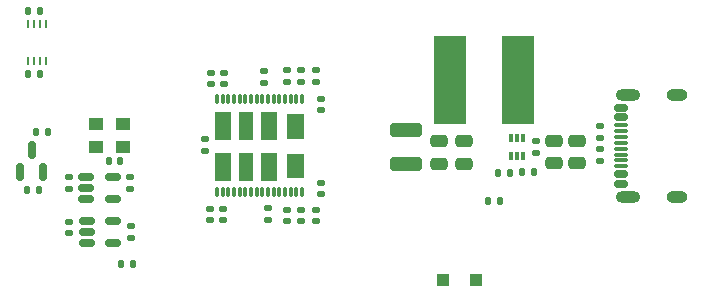
<source format=gtp>
G04 #@! TF.GenerationSoftware,KiCad,Pcbnew,8.0.1-8.0.1-1~ubuntu22.04.1*
G04 #@! TF.CreationDate,2024-09-21T11:56:37+02:00*
G04 #@! TF.ProjectId,NerdNOS,4e657264-4e4f-4532-9e6b-696361645f70,rev?*
G04 #@! TF.SameCoordinates,Original*
G04 #@! TF.FileFunction,Paste,Top*
G04 #@! TF.FilePolarity,Positive*
%FSLAX46Y46*%
G04 Gerber Fmt 4.6, Leading zero omitted, Abs format (unit mm)*
G04 Created by KiCad (PCBNEW 8.0.1-8.0.1-1~ubuntu22.04.1) date 2024-09-21 11:56:37*
%MOMM*%
%LPD*%
G01*
G04 APERTURE LIST*
G04 Aperture macros list*
%AMRoundRect*
0 Rectangle with rounded corners*
0 $1 Rounding radius*
0 $2 $3 $4 $5 $6 $7 $8 $9 X,Y pos of 4 corners*
0 Add a 4 corners polygon primitive as box body*
4,1,4,$2,$3,$4,$5,$6,$7,$8,$9,$2,$3,0*
0 Add four circle primitives for the rounded corners*
1,1,$1+$1,$2,$3*
1,1,$1+$1,$4,$5*
1,1,$1+$1,$6,$7*
1,1,$1+$1,$8,$9*
0 Add four rect primitives between the rounded corners*
20,1,$1+$1,$2,$3,$4,$5,0*
20,1,$1+$1,$4,$5,$6,$7,0*
20,1,$1+$1,$6,$7,$8,$9,0*
20,1,$1+$1,$8,$9,$2,$3,0*%
G04 Aperture macros list end*
%ADD10C,0.100000*%
%ADD11RoundRect,0.250000X-0.300000X-0.300000X0.300000X-0.300000X0.300000X0.300000X-0.300000X0.300000X0*%
%ADD12RoundRect,0.150000X-0.512500X-0.150000X0.512500X-0.150000X0.512500X0.150000X-0.512500X0.150000X0*%
%ADD13RoundRect,0.135000X0.185000X-0.135000X0.185000X0.135000X-0.185000X0.135000X-0.185000X-0.135000X0*%
%ADD14R,2.700000X7.500000*%
%ADD15RoundRect,0.140000X0.170000X-0.140000X0.170000X0.140000X-0.170000X0.140000X-0.170000X-0.140000X0*%
%ADD16RoundRect,0.140000X-0.170000X0.140000X-0.170000X-0.140000X0.170000X-0.140000X0.170000X0.140000X0*%
%ADD17RoundRect,0.250000X-0.475000X0.250000X-0.475000X-0.250000X0.475000X-0.250000X0.475000X0.250000X0*%
%ADD18RoundRect,0.140000X0.140000X0.170000X-0.140000X0.170000X-0.140000X-0.170000X0.140000X-0.170000X0*%
%ADD19RoundRect,0.150000X0.150000X-0.587500X0.150000X0.587500X-0.150000X0.587500X-0.150000X-0.587500X0*%
%ADD20RoundRect,0.135000X-0.185000X0.135000X-0.185000X-0.135000X0.185000X-0.135000X0.185000X0.135000X0*%
%ADD21RoundRect,0.150000X0.425000X-0.150000X0.425000X0.150000X-0.425000X0.150000X-0.425000X-0.150000X0*%
%ADD22RoundRect,0.075000X0.500000X-0.075000X0.500000X0.075000X-0.500000X0.075000X-0.500000X-0.075000X0*%
%ADD23O,2.100000X1.000000*%
%ADD24O,1.800000X1.000000*%
%ADD25RoundRect,0.135000X0.135000X0.185000X-0.135000X0.185000X-0.135000X-0.185000X0.135000X-0.185000X0*%
%ADD26R,1.300000X1.100000*%
%ADD27RoundRect,0.250000X-1.100000X0.325000X-1.100000X-0.325000X1.100000X-0.325000X1.100000X0.325000X0*%
%ADD28RoundRect,0.135000X-0.135000X-0.185000X0.135000X-0.185000X0.135000X0.185000X-0.135000X0.185000X0*%
%ADD29RoundRect,0.135000X-0.000010X0.295000X-0.000010X-0.295000X0.000010X-0.295000X0.000010X0.295000X0*%
%ADD30R,0.254000X0.762000*%
%ADD31RoundRect,0.075000X-0.075000X0.275000X-0.075000X-0.275000X0.075000X-0.275000X0.075000X0.275000X0*%
G04 APERTURE END LIST*
D10*
X101800000Y-63300000D02*
X100540000Y-63300000D01*
X100540000Y-65600000D01*
X101800000Y-65600000D01*
X101800000Y-63300000D01*
G36*
X101800000Y-63300000D02*
G01*
X100540000Y-63300000D01*
X100540000Y-65600000D01*
X101800000Y-65600000D01*
X101800000Y-63300000D01*
G37*
X101800000Y-66800000D02*
X100540000Y-66800000D01*
X100540000Y-69100000D01*
X101800000Y-69100000D01*
X101800000Y-66800000D01*
G36*
X101800000Y-66800000D02*
G01*
X100540000Y-66800000D01*
X100540000Y-69100000D01*
X101800000Y-69100000D01*
X101800000Y-66800000D01*
G37*
X103660000Y-66800000D02*
X102540000Y-66800000D01*
X102540000Y-69100000D01*
X103660000Y-69100000D01*
X103660000Y-66800000D01*
G36*
X103660000Y-66800000D02*
G01*
X102540000Y-66800000D01*
X102540000Y-69100000D01*
X103660000Y-69100000D01*
X103660000Y-66800000D01*
G37*
X103670000Y-63300000D02*
X102550000Y-63300000D01*
X102550000Y-65600000D01*
X103670000Y-65600000D01*
X103670000Y-63300000D01*
G36*
X103670000Y-63300000D02*
G01*
X102550000Y-63300000D01*
X102550000Y-65600000D01*
X103670000Y-65600000D01*
X103670000Y-63300000D01*
G37*
X105660000Y-63300000D02*
X104400000Y-63300000D01*
X104400000Y-65600000D01*
X105660000Y-65600000D01*
X105660000Y-63300000D01*
G36*
X105660000Y-63300000D02*
G01*
X104400000Y-63300000D01*
X104400000Y-65600000D01*
X105660000Y-65600000D01*
X105660000Y-63300000D01*
G37*
X105660000Y-66800000D02*
X104400000Y-66800000D01*
X104400000Y-69100000D01*
X105660000Y-69100000D01*
X105660000Y-66800000D01*
G36*
X105660000Y-66800000D02*
G01*
X104400000Y-66800000D01*
X104400000Y-69100000D01*
X105660000Y-69100000D01*
X105660000Y-66800000D01*
G37*
X108000000Y-65500000D02*
X106600000Y-65500000D01*
X106600000Y-63540000D01*
X108000000Y-63540000D01*
X108000000Y-65500000D01*
G36*
X108000000Y-65500000D02*
G01*
X106600000Y-65500000D01*
X106600000Y-63540000D01*
X108000000Y-63540000D01*
X108000000Y-65500000D01*
G37*
X108000000Y-68860000D02*
X106600000Y-68860000D01*
X106600000Y-66900000D01*
X108000000Y-66900000D01*
X108000000Y-68860000D01*
G36*
X108000000Y-68860000D02*
G01*
X106600000Y-68860000D01*
X106600000Y-66900000D01*
X108000000Y-66900000D01*
X108000000Y-68860000D01*
G37*
D11*
X119800000Y-77600000D03*
X122600000Y-77600000D03*
D12*
X89662500Y-72550001D03*
X89662500Y-73500000D03*
X89662500Y-74449999D03*
X91937500Y-74449999D03*
X91937500Y-72550001D03*
D13*
X133165000Y-65550000D03*
X133165000Y-64530000D03*
D14*
X126200000Y-60600000D03*
X120400000Y-60600000D03*
D15*
X100200000Y-60980000D03*
X100200000Y-60020000D03*
D16*
X109100000Y-59820000D03*
X109100000Y-60780000D03*
D17*
X121600000Y-65800000D03*
X121600000Y-67700000D03*
D18*
X85680000Y-54750400D03*
X84720000Y-54750400D03*
D19*
X84050000Y-68404999D03*
X85950000Y-68404999D03*
X85000000Y-66529999D03*
D16*
X106600000Y-59820000D03*
X106600000Y-60780000D03*
D20*
X133165000Y-66430000D03*
X133165000Y-67450000D03*
D16*
X88200000Y-72620000D03*
X88200000Y-73580000D03*
D20*
X105000000Y-71490001D03*
X105000000Y-72509999D03*
D21*
X134910000Y-69390000D03*
X134910000Y-68590000D03*
D22*
X134910000Y-67440000D03*
X134910000Y-66440000D03*
X134910000Y-65940000D03*
X134910000Y-64940000D03*
D21*
X134910000Y-62990000D03*
X134910000Y-63790000D03*
D22*
X134910000Y-64440000D03*
X134910000Y-65440000D03*
X134910000Y-66940000D03*
X134910000Y-67940000D03*
D23*
X135485000Y-70510000D03*
D24*
X139665000Y-70510000D03*
D23*
X135485000Y-61870000D03*
D24*
X139665000Y-61870000D03*
D16*
X106600000Y-71600000D03*
X106600000Y-72560000D03*
X100100000Y-71520000D03*
X100100000Y-72480000D03*
X107800000Y-71600000D03*
X107800000Y-72560000D03*
D25*
X93610000Y-76200000D03*
X92590000Y-76200000D03*
D16*
X107800000Y-59820000D03*
X107800000Y-60780000D03*
D17*
X131200000Y-65750000D03*
X131200000Y-67650000D03*
D26*
X90445000Y-66265000D03*
X92745000Y-66265000D03*
X92745000Y-64365000D03*
X90445000Y-64365000D03*
D17*
X129200000Y-65750000D03*
X129200000Y-67650000D03*
X119500000Y-65800000D03*
X119500000Y-67700000D03*
D18*
X92495000Y-67515000D03*
X91535000Y-67515000D03*
D27*
X116700000Y-64825000D03*
X116700000Y-67775000D03*
D16*
X93362500Y-68870001D03*
X93362500Y-69830001D03*
D18*
X85680000Y-60150400D03*
X84720000Y-60150400D03*
D15*
X101300000Y-60980000D03*
X101300000Y-60020000D03*
D28*
X85390000Y-65000000D03*
X86410000Y-65000000D03*
D25*
X125500000Y-68500000D03*
X124480000Y-68500000D03*
D29*
X107900000Y-62265400D03*
X107420000Y-62265400D03*
X106940000Y-62265400D03*
X106460000Y-62265400D03*
X105980000Y-62265400D03*
X105500000Y-62265400D03*
X105020000Y-62265400D03*
X104540000Y-62265400D03*
X104060000Y-62265400D03*
X103580000Y-62265400D03*
X103100000Y-62265400D03*
X102620000Y-62265400D03*
X102140000Y-62265400D03*
X101660000Y-62265400D03*
X101180000Y-62265400D03*
X100700000Y-62265400D03*
X100700000Y-70134600D03*
X101180000Y-70134600D03*
X101660000Y-70134600D03*
X102140000Y-70134600D03*
X102620000Y-70134600D03*
X103100000Y-70134600D03*
X103580000Y-70134600D03*
X104060000Y-70134600D03*
X104540000Y-70134600D03*
X105020000Y-70134600D03*
X105500000Y-70134600D03*
X105980000Y-70134600D03*
X106460000Y-70134600D03*
X106940000Y-70134600D03*
X107420000Y-70134600D03*
X107900000Y-70134600D03*
D30*
X86200252Y-55850400D03*
X85700126Y-55850400D03*
X85200000Y-55850400D03*
X84699874Y-55850400D03*
X84699874Y-59000000D03*
X85200000Y-59000000D03*
X85700126Y-59000000D03*
X86200252Y-59000000D03*
D16*
X88162500Y-68870001D03*
X88162500Y-69830001D03*
X93400000Y-73020000D03*
X93400000Y-73980000D03*
X109100000Y-71600000D03*
X109100000Y-72560000D03*
D20*
X104700000Y-59890000D03*
X104700000Y-60910000D03*
D16*
X109500000Y-69320000D03*
X109500000Y-70280000D03*
D20*
X99700000Y-65590000D03*
X99700000Y-66610000D03*
D12*
X89625000Y-68800002D03*
X89625000Y-69750001D03*
X89625000Y-70700000D03*
X91900000Y-70700000D03*
X91900000Y-68800002D03*
D25*
X127510000Y-68400000D03*
X126490000Y-68400000D03*
D16*
X109500000Y-62220000D03*
X109500000Y-63180000D03*
X101200000Y-71520000D03*
X101200000Y-72480000D03*
D31*
X126600000Y-65550000D03*
X126100000Y-65550000D03*
X125600000Y-65550000D03*
X125600000Y-67050000D03*
X126100000Y-67050000D03*
X126600000Y-67050000D03*
D16*
X127700000Y-65820000D03*
X127700000Y-66780000D03*
D25*
X85610000Y-69967499D03*
X84590000Y-69967499D03*
D28*
X123680000Y-70880000D03*
X124700000Y-70880000D03*
M02*

</source>
